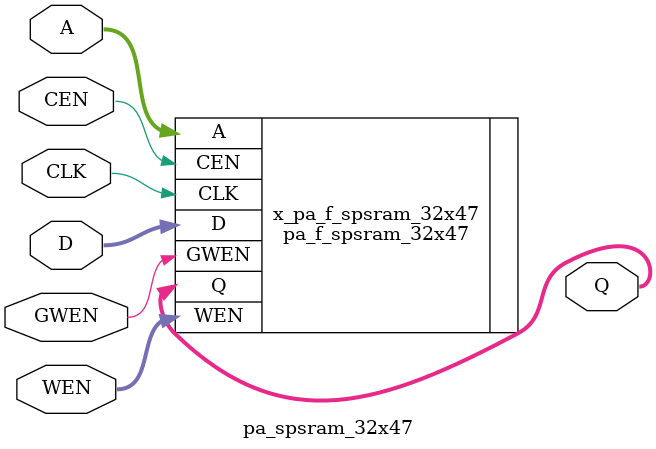
<source format=v>

/*Copyright 2020-2021 T-Head Semiconductor Co., Ltd.

Licensed under the Apache License, Version 2.0 (the "License");
you may not use this file except in compliance with the License.
You may obtain a copy of the License at

    http://www.apache.org/licenses/LICENSE-2.0

Unless required by applicable law or agreed to in writing, software
distributed under the License is distributed on an "AS IS" BASIS,
WITHOUT WARRANTIES OR CONDITIONS OF ANY KIND, either express or implied.
See the License for the specific language governing permissions and
limitations under the License.
*/

// &ModuleBeg; @22
module pa_spsram_32x47(
  A,
  CEN,
  CLK,
  D,
  GWEN,
  Q,
  WEN
);

// &Ports; @23
input   [4 :0]  A;   
input           CEN; 
input           CLK; 
input   [46:0]  D;   
input           GWEN; 
input   [46:0]  WEN; 
output  [46:0]  Q;   

// &Regs; @24

// &Wires; @25
wire    [4 :0]  A;   
wire            CEN; 
wire            CLK; 
wire    [46:0]  D;   
wire            GWEN; 
wire    [46:0]  Q;   
wire    [46:0]  WEN; 


//**********************************************************
//                  Parameter Definition
//**********************************************************
parameter ADDR_WIDTH = 5;
parameter DATA_WIDTH = 47;
parameter WE_WIDTH   = 47;

// &Force("bus","Q",DATA_WIDTH-1,0); @34
// &Force("bus","WEN",WE_WIDTH-1,0); @35
// &Force("bus","A",ADDR_WIDTH-1,0); @36
// &Force("bus","D",DATA_WIDTH-1,0); @37

//  //********************************************************
//  //*                        FPGA memory                   *
//  //********************************************************
//   &Instance("pa_f_spsram_32x47"); @43
pa_f_spsram_32x47  x_pa_f_spsram_32x47 (
  .A    (A   ),
  .CEN  (CEN ),
  .CLK  (CLK ),
  .D    (D   ),
  .GWEN (GWEN),
  .Q    (Q   ),
  .WEN  (WEN )
);

//   &Instance("pa_tsmc_spsram_32x47"); @49

// &ModuleEnd; @65
endmodule



</source>
